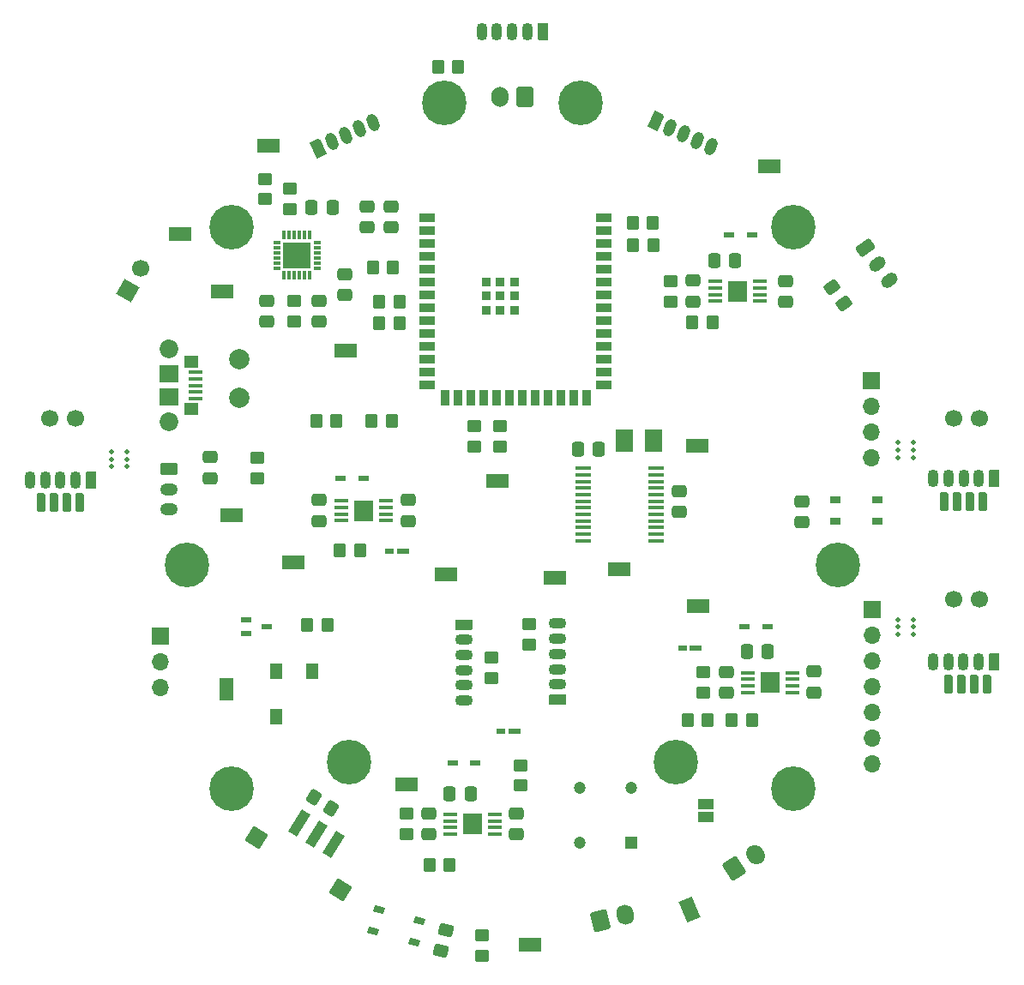
<source format=gbr>
%TF.GenerationSoftware,KiCad,Pcbnew,8.0.1*%
%TF.CreationDate,2024-04-29T04:15:04+02:00*%
%TF.ProjectId,PAMI-Power_Board,50414d49-2d50-46f7-9765-725f426f6172,rev?*%
%TF.SameCoordinates,Original*%
%TF.FileFunction,Soldermask,Top*%
%TF.FilePolarity,Negative*%
%FSLAX46Y46*%
G04 Gerber Fmt 4.6, Leading zero omitted, Abs format (unit mm)*
G04 Created by KiCad (PCBNEW 8.0.1) date 2024-04-29 04:15:04*
%MOMM*%
%LPD*%
G01*
G04 APERTURE LIST*
G04 Aperture macros list*
%AMRoundRect*
0 Rectangle with rounded corners*
0 $1 Rounding radius*
0 $2 $3 $4 $5 $6 $7 $8 $9 X,Y pos of 4 corners*
0 Add a 4 corners polygon primitive as box body*
4,1,4,$2,$3,$4,$5,$6,$7,$8,$9,$2,$3,0*
0 Add four circle primitives for the rounded corners*
1,1,$1+$1,$2,$3*
1,1,$1+$1,$4,$5*
1,1,$1+$1,$6,$7*
1,1,$1+$1,$8,$9*
0 Add four rect primitives between the rounded corners*
20,1,$1+$1,$2,$3,$4,$5,0*
20,1,$1+$1,$4,$5,$6,$7,0*
20,1,$1+$1,$6,$7,$8,$9,0*
20,1,$1+$1,$8,$9,$2,$3,0*%
%AMHorizOval*
0 Thick line with rounded ends*
0 $1 width*
0 $2 $3 position (X,Y) of the first rounded end (center of the circle)*
0 $4 $5 position (X,Y) of the second rounded end (center of the circle)*
0 Add line between two ends*
20,1,$1,$2,$3,$4,$5,0*
0 Add two circle primitives to create the rounded ends*
1,1,$1,$2,$3*
1,1,$1,$4,$5*%
%AMRotRect*
0 Rectangle, with rotation*
0 The origin of the aperture is its center*
0 $1 length*
0 $2 width*
0 $3 Rotation angle, in degrees counterclockwise*
0 Add horizontal line*
21,1,$1,$2,0,0,$3*%
%AMOutline5P*
0 Free polygon, 5 corners , with rotation*
0 The origin of the aperture is its center*
0 number of corners: always 5*
0 $1 to $10 corner X, Y*
0 $11 Rotation angle, in degrees counterclockwise*
0 create outline with 5 corners*
4,1,5,$1,$2,$3,$4,$5,$6,$7,$8,$9,$10,$1,$2,$11*%
%AMOutline6P*
0 Free polygon, 6 corners , with rotation*
0 The origin of the aperture is its center*
0 number of corners: always 6*
0 $1 to $12 corner X, Y*
0 $13 Rotation angle, in degrees counterclockwise*
0 create outline with 6 corners*
4,1,6,$1,$2,$3,$4,$5,$6,$7,$8,$9,$10,$11,$12,$1,$2,$13*%
%AMOutline7P*
0 Free polygon, 7 corners , with rotation*
0 The origin of the aperture is its center*
0 number of corners: always 7*
0 $1 to $14 corner X, Y*
0 $15 Rotation angle, in degrees counterclockwise*
0 create outline with 7 corners*
4,1,7,$1,$2,$3,$4,$5,$6,$7,$8,$9,$10,$11,$12,$13,$14,$1,$2,$15*%
%AMOutline8P*
0 Free polygon, 8 corners , with rotation*
0 The origin of the aperture is its center*
0 number of corners: always 8*
0 $1 to $16 corner X, Y*
0 $17 Rotation angle, in degrees counterclockwise*
0 create outline with 8 corners*
4,1,8,$1,$2,$3,$4,$5,$6,$7,$8,$9,$10,$11,$12,$13,$14,$15,$16,$1,$2,$17*%
G04 Aperture macros list end*
%ADD10C,0.700000*%
%ADD11C,4.400000*%
%ADD12RoundRect,0.250000X-0.350000X-0.450000X0.350000X-0.450000X0.350000X0.450000X-0.350000X0.450000X0*%
%ADD13RoundRect,0.250000X-0.450000X0.350000X-0.450000X-0.350000X0.450000X-0.350000X0.450000X0.350000X0*%
%ADD14RoundRect,0.250000X-0.475000X0.337500X-0.475000X-0.337500X0.475000X-0.337500X0.475000X0.337500X0*%
%ADD15R,1.300000X0.500000*%
%ADD16R,0.870000X0.500000*%
%ADD17R,1.700000X1.700000*%
%ADD18O,1.700000X1.700000*%
%ADD19RoundRect,0.250000X-0.337500X-0.475000X0.337500X-0.475000X0.337500X0.475000X-0.337500X0.475000X0*%
%ADD20R,2.200000X1.400000*%
%ADD21RoundRect,0.250000X-0.535281X-0.196150X0.058353X-0.567093X0.535281X0.196150X-0.058353X0.567093X0*%
%ADD22RoundRect,0.250000X0.475000X-0.337500X0.475000X0.337500X-0.475000X0.337500X-0.475000X-0.337500X0*%
%ADD23RoundRect,0.250000X-0.400736X-0.872875X0.763619X-0.582569X0.400736X0.872875X-0.763619X0.582569X0*%
%ADD24HorizOval,1.700000X-0.036288X0.145544X0.036288X-0.145544X0*%
%ADD25RotRect,1.000000X2.550000X148.000000*%
%ADD26RotRect,1.700000X1.700000X148.000000*%
%ADD27Outline5P,-0.550000X0.875000X0.330000X0.875000X0.550000X0.655000X0.550000X-0.875000X-0.550000X-0.875000X335.000000*%
%ADD28HorizOval,1.100000X-0.137351X-0.294550X0.137351X0.294550X0*%
%ADD29RoundRect,0.250000X0.350000X0.450000X-0.350000X0.450000X-0.350000X-0.450000X0.350000X-0.450000X0*%
%ADD30R,1.500000X0.900000*%
%ADD31R,0.900000X1.500000*%
%ADD32R,0.900000X0.900000*%
%ADD33RoundRect,0.250000X-0.711360X-0.084210X-0.299911X-0.650522X0.711360X0.084210X0.299911X0.650522X0*%
%ADD34HorizOval,1.200000X-0.222480X-0.161641X0.222480X0.161641X0*%
%ADD35R,1.800000X2.300000*%
%ADD36Outline5P,-0.550000X0.875000X0.330000X0.875000X0.550000X0.655000X0.550000X-0.875000X-0.550000X-0.875000X90.000000*%
%ADD37O,1.750000X1.100000*%
%ADD38R,1.200000X1.200000*%
%ADD39C,1.200000*%
%ADD40R,1.400000X0.450000*%
%ADD41R,1.846000X2.150000*%
%ADD42R,1.400000X2.200000*%
%ADD43RoundRect,0.250000X0.450000X-0.350000X0.450000X0.350000X-0.450000X0.350000X-0.450000X-0.350000X0*%
%ADD44R,1.525000X0.450000*%
%ADD45RotRect,1.400000X2.200000X203.000000*%
%ADD46Outline5P,-0.550000X0.875000X0.330000X0.875000X0.550000X0.655000X0.550000X-0.875000X-0.550000X-0.875000X180.000000*%
%ADD47O,1.100000X1.750000*%
%ADD48C,1.700000*%
%ADD49R,1.110000X0.550000*%
%ADD50Outline5P,-0.550000X0.875000X0.330000X0.875000X0.550000X0.655000X0.550000X-0.875000X-0.550000X-0.875000X25.000000*%
%ADD51HorizOval,1.100000X-0.137351X0.294550X0.137351X-0.294550X0*%
%ADD52RoundRect,0.114286X0.285714X0.785714X-0.285714X0.785714X-0.285714X-0.785714X0.285714X-0.785714X0*%
%ADD53R,1.300000X1.500000*%
%ADD54C,0.500000*%
%ADD55R,1.500000X1.000000*%
%ADD56Outline5P,-0.550000X0.875000X0.330000X0.875000X0.550000X0.655000X0.550000X-0.875000X-0.550000X-0.875000X270.000000*%
%ADD57RoundRect,0.250000X-0.625000X0.350000X-0.625000X-0.350000X0.625000X-0.350000X0.625000X0.350000X0*%
%ADD58O,1.750000X1.200000*%
%ADD59R,1.000000X0.500000*%
%ADD60R,1.400000X0.400000*%
%ADD61C,1.850000*%
%ADD62R,1.900000X1.750000*%
%ADD63R,1.450000X1.150000*%
%ADD64RoundRect,0.250000X0.379242X-0.442388X0.542539X0.212562X-0.379242X0.442388X-0.542539X-0.212562X0*%
%ADD65RoundRect,0.250000X0.600000X0.750000X-0.600000X0.750000X-0.600000X-0.750000X0.600000X-0.750000X0*%
%ADD66O,1.700000X2.000000*%
%ADD67R,1.050000X0.650000*%
%ADD68RotRect,1.700000X1.700000X150.000000*%
%ADD69HorizOval,1.700000X0.000000X0.000000X0.000000X0.000000X0*%
%ADD70R,0.800000X0.350000*%
%ADD71R,0.350000X0.850000*%
%ADD72R,2.700000X2.600000*%
%ADD73RotRect,0.650000X1.050000X75.000000*%
%ADD74RoundRect,0.250000X-0.582661X-0.006155X-0.185906X-0.552241X0.582661X0.006155X0.185906X0.552241X0*%
%ADD75RoundRect,0.250000X-0.094723X-0.955786X0.911682X-0.302220X0.094723X0.955786X-0.911682X0.302220X0*%
%ADD76HorizOval,1.700000X-0.081696X0.125801X0.081696X-0.125801X0*%
%ADD77C,2.000000*%
%ADD78Outline5P,-0.550000X0.875000X0.550000X0.875000X0.550000X-0.655000X0.330000X-0.875000X-0.550000X-0.875000X180.000000*%
G04 APERTURE END LIST*
D10*
%TO.C,H9*%
X130387844Y-117258356D03*
X130871118Y-116091630D03*
X130871118Y-118425082D03*
X132037844Y-115608356D03*
D11*
X132037844Y-117258356D03*
D10*
X132037844Y-118908356D03*
X133204570Y-116091630D03*
X133204570Y-118425082D03*
X133687844Y-117258356D03*
%TD*%
D12*
%TO.C,R5*%
X165490000Y-113055000D03*
X167490000Y-113055000D03*
%TD*%
D10*
%TO.C,H10*%
X114387844Y-97758356D03*
X114871118Y-96591630D03*
X114871118Y-98925082D03*
X116037844Y-96108356D03*
D11*
X116037844Y-97758356D03*
D10*
X116037844Y-99408356D03*
X117204570Y-96591630D03*
X117204570Y-98925082D03*
X117687844Y-97758356D03*
%TD*%
D13*
%TO.C,R3*%
X137740000Y-122310000D03*
X137740000Y-124310000D03*
%TD*%
D14*
%TO.C,C4*%
X148600000Y-122275000D03*
X148600000Y-124350000D03*
%TD*%
D15*
%TO.C,D8*%
X137375000Y-96400000D03*
D16*
X136060000Y-96400000D03*
%TD*%
D17*
%TO.C,J16*%
X183650000Y-79570000D03*
D18*
X183650000Y-82110000D03*
X183650000Y-84650000D03*
X183650000Y-87190000D03*
%TD*%
D19*
%TO.C,C9*%
X171350000Y-106350000D03*
X173425000Y-106350000D03*
%TD*%
D20*
%TO.C,TPEN1*%
X149890000Y-135250000D03*
%TD*%
%TO.C,Coder1_B1*%
X152380000Y-99070000D03*
%TD*%
D21*
%TO.C,R18*%
X128613902Y-120710162D03*
X130310000Y-121770000D03*
%TD*%
D20*
%TO.C,TP3.3V_1*%
X137740000Y-119430000D03*
%TD*%
D22*
%TO.C,C13*%
X137930000Y-93427500D03*
X137930000Y-91352500D03*
%TD*%
D23*
%TO.C,J2*%
X156880122Y-132892999D03*
D24*
X159305862Y-132288194D03*
%TD*%
D25*
%TO.C,S1*%
X130582131Y-125396268D03*
X128886035Y-124336428D03*
X127189938Y-123276591D03*
D26*
X131200000Y-129880000D03*
X122889130Y-124686791D03*
%TD*%
D27*
%TO.C,J9*%
X162342285Y-53912059D03*
D28*
X163701746Y-54545986D03*
X165061208Y-55179913D03*
X166420670Y-55813841D03*
X167780131Y-56447768D03*
%TD*%
D29*
%TO.C,R28*%
X129940000Y-103660000D03*
X127940000Y-103660000D03*
%TD*%
D30*
%TO.C,IC4*%
X139750000Y-63470000D03*
X139750000Y-64740000D03*
X139750000Y-66010000D03*
X139750000Y-67280000D03*
X139750000Y-68550000D03*
X139750000Y-69820000D03*
X139750000Y-71090000D03*
X139750000Y-72360000D03*
X139750000Y-73630000D03*
X139750000Y-74900000D03*
X139750000Y-76170000D03*
X139750000Y-77440000D03*
X139750000Y-78710000D03*
X139750000Y-79980000D03*
D31*
X141515000Y-81230000D03*
X142785000Y-81230000D03*
X144055000Y-81230000D03*
X145325000Y-81230000D03*
X146595000Y-81230000D03*
X147865000Y-81230000D03*
X149135000Y-81230000D03*
X150405000Y-81230000D03*
X151675000Y-81230000D03*
X152945000Y-81230000D03*
X154215000Y-81230000D03*
X155485000Y-81230000D03*
D30*
X157250000Y-79980000D03*
X157250000Y-78710000D03*
X157250000Y-77440000D03*
X157250000Y-76170000D03*
X157250000Y-74900000D03*
X157250000Y-73630000D03*
X157250000Y-72360000D03*
X157250000Y-71090000D03*
X157250000Y-69820000D03*
X157250000Y-68550000D03*
X157250000Y-67280000D03*
X157250000Y-66010000D03*
X157250000Y-64740000D03*
X157250000Y-63470000D03*
D32*
X147000000Y-71190000D03*
X145600000Y-69790000D03*
X145600000Y-71190000D03*
X145600000Y-72590000D03*
X147000000Y-72590000D03*
X148400000Y-72590000D03*
X148400000Y-71190000D03*
X148400000Y-69790000D03*
X147000000Y-69790000D03*
%TD*%
D33*
%TO.C,J14*%
X183028686Y-66423286D03*
D34*
X184204257Y-68041322D03*
X185379827Y-69659355D03*
%TD*%
D35*
%TO.C,C19*%
X159255000Y-85460000D03*
X162155000Y-85460000D03*
%TD*%
D10*
%TO.C,H3*%
X118780001Y-119862278D03*
X119263275Y-118695552D03*
X119263275Y-121029004D03*
X120430001Y-118212278D03*
D11*
X120430001Y-119862278D03*
D10*
X120430001Y-121512278D03*
X121596727Y-118695552D03*
X121596727Y-121029004D03*
X122080001Y-119862278D03*
%TD*%
D36*
%TO.C,J3*%
X152630000Y-111060000D03*
D37*
X152630000Y-109560000D03*
X152630000Y-108060000D03*
X152630000Y-106560000D03*
X152630000Y-105060000D03*
X152630000Y-103560000D03*
%TD*%
D38*
%TO.C,K1*%
X159890000Y-125190000D03*
D39*
X159890000Y-119790000D03*
X154810000Y-119790000D03*
X154810000Y-125190000D03*
%TD*%
D40*
%TO.C,IC1*%
X168210000Y-69772500D03*
X168210000Y-70422500D03*
X168210000Y-71072500D03*
X168210000Y-71722500D03*
X172610000Y-71722500D03*
X172610000Y-71072500D03*
X172610000Y-70422500D03*
X172610000Y-69772500D03*
D41*
X170410000Y-70747500D03*
%TD*%
D42*
%TO.C,TPBuzzer1*%
X120000000Y-110080000D03*
%TD*%
D10*
%TO.C,H7*%
X178672157Y-97758356D03*
X179155431Y-96591630D03*
X179155431Y-98925082D03*
X180322157Y-96108356D03*
D11*
X180322157Y-97758356D03*
D10*
X180322157Y-99408356D03*
X181488883Y-96591630D03*
X181488883Y-98925082D03*
X181972157Y-97758356D03*
%TD*%
D43*
%TO.C,R7*%
X167070000Y-110355000D03*
X167070000Y-108355000D03*
%TD*%
D44*
%TO.C,IC6*%
X155213000Y-88215000D03*
X155213000Y-88865000D03*
X155213000Y-89515000D03*
X155213000Y-90165000D03*
X155213000Y-90815000D03*
X155213000Y-91465000D03*
X155213000Y-92115000D03*
X155213000Y-92765000D03*
X155213000Y-93415000D03*
X155213000Y-94065000D03*
X155213000Y-94715000D03*
X155213000Y-95365000D03*
X162337000Y-95365000D03*
X162337000Y-94715000D03*
X162337000Y-94065000D03*
X162337000Y-93415000D03*
X162337000Y-92765000D03*
X162337000Y-92115000D03*
X162337000Y-91465000D03*
X162337000Y-90815000D03*
X162337000Y-90165000D03*
X162337000Y-89515000D03*
X162337000Y-88865000D03*
X162337000Y-88215000D03*
%TD*%
D10*
%TO.C,H6*%
X153261001Y-52112278D03*
X153744275Y-50945552D03*
X153744275Y-53279004D03*
X154911001Y-50462278D03*
D11*
X154911001Y-52112278D03*
D10*
X154911001Y-53762278D03*
X156077727Y-50945552D03*
X156077727Y-53279004D03*
X156561001Y-52112278D03*
%TD*%
D29*
%TO.C,R26*%
X162090000Y-66170000D03*
X160090000Y-66170000D03*
%TD*%
D19*
%TO.C,C18*%
X154640000Y-86300000D03*
X156715000Y-86300000D03*
%TD*%
D43*
%TO.C,R15*%
X123800000Y-61640000D03*
X123800000Y-59640000D03*
%TD*%
D20*
%TO.C,TP6V1*%
X166530000Y-101820000D03*
%TD*%
D45*
%TO.C,TPBAT1*%
X165700000Y-131800000D03*
%TD*%
D46*
%TO.C,J8*%
X151170000Y-45120000D03*
D47*
X149670000Y-45120000D03*
X148170000Y-45120000D03*
X146670000Y-45120000D03*
X145170000Y-45120000D03*
%TD*%
D40*
%TO.C,IC7*%
X131330000Y-91450000D03*
X131330000Y-92100000D03*
X131330000Y-92750000D03*
X131330000Y-93400000D03*
X135730000Y-93400000D03*
X135730000Y-92750000D03*
X135730000Y-92100000D03*
X135730000Y-91450000D03*
D41*
X133530000Y-92425000D03*
%TD*%
D48*
%TO.C,LED3*%
X191740000Y-101120000D03*
X194280000Y-101120000D03*
%TD*%
D49*
%TO.C,D3*%
X173410000Y-103840000D03*
X171130000Y-103840000D03*
%TD*%
D20*
%TO.C,TPPWM-B1*%
X158720000Y-98190000D03*
%TD*%
D40*
%TO.C,IC3*%
X171420000Y-108395000D03*
X171420000Y-109045000D03*
X171420000Y-109695000D03*
X171420000Y-110345000D03*
X175820000Y-110345000D03*
X175820000Y-109695000D03*
X175820000Y-109045000D03*
X175820000Y-108395000D03*
D41*
X173620000Y-109370000D03*
%TD*%
D17*
%TO.C,J10*%
X183680000Y-102190000D03*
D18*
X183680000Y-104730000D03*
X183680000Y-107270000D03*
X183680000Y-109810000D03*
X183680000Y-112350000D03*
X183680000Y-114890000D03*
X183680000Y-117430000D03*
%TD*%
D15*
%TO.C,D4*%
X166300000Y-105950000D03*
D16*
X164985000Y-105950000D03*
%TD*%
D13*
%TO.C,R30*%
X144440000Y-84060000D03*
X144440000Y-86060000D03*
%TD*%
D10*
%TO.C,H1*%
X118780001Y-64362278D03*
X119263275Y-63195552D03*
X119263275Y-65529004D03*
X120430001Y-62712278D03*
D11*
X120430001Y-64362278D03*
D10*
X120430001Y-66012278D03*
X121596727Y-63195552D03*
X121596727Y-65529004D03*
X122080001Y-64362278D03*
%TD*%
D29*
%TO.C,R19*%
X136410000Y-68400000D03*
X134410000Y-68400000D03*
%TD*%
D49*
%TO.C,D1*%
X171870000Y-65130000D03*
X169590000Y-65130000D03*
%TD*%
D50*
%TO.C,J7*%
X129012153Y-56585710D03*
D51*
X130371615Y-55951782D03*
X131731076Y-55317855D03*
X133090538Y-54683928D03*
X134450000Y-54050000D03*
%TD*%
D52*
%TO.C,IR_rec_1*%
X194610000Y-91515000D03*
X193340000Y-91515000D03*
X192070000Y-91515000D03*
X190800000Y-91515000D03*
%TD*%
D29*
%TO.C,R10*%
X130830000Y-83540000D03*
X128830000Y-83540000D03*
%TD*%
D53*
%TO.C,LS1*%
X124900000Y-108250000D03*
X124900000Y-112750000D03*
X128400000Y-108250000D03*
%TD*%
D54*
%TO.C,mouse-bite-2mm-slot*%
X186250000Y-87140000D03*
X187750000Y-87140000D03*
X186250000Y-86390000D03*
X187750000Y-86390000D03*
X186250000Y-85640000D03*
X187750000Y-85640000D03*
%TD*%
%TO.C,mouse-bite-2mm-slot*%
X108620000Y-88060000D03*
X110120000Y-88060000D03*
X108620000Y-87310000D03*
X110120000Y-87310000D03*
X108620000Y-86560000D03*
X110120000Y-86560000D03*
%TD*%
D49*
%TO.C,D7*%
X133500000Y-89180000D03*
X131220000Y-89180000D03*
%TD*%
D12*
%TO.C,R20*%
X131160000Y-96300000D03*
X133160000Y-96300000D03*
%TD*%
D55*
%TO.C,JP1*%
X167250000Y-122650000D03*
X167250000Y-121350000D03*
%TD*%
D20*
%TO.C,Tirette1*%
X146700000Y-89470000D03*
%TD*%
D15*
%TO.C,D5*%
X148385000Y-114220000D03*
D16*
X147070000Y-114220000D03*
%TD*%
D20*
%TO.C,TPIR-Rec1*%
X131690000Y-76630000D03*
%TD*%
D43*
%TO.C,R22*%
X146100000Y-108940000D03*
X146100000Y-106940000D03*
%TD*%
D14*
%TO.C,C17*%
X131680000Y-69052500D03*
X131680000Y-71127500D03*
%TD*%
%TO.C,C7*%
X177950000Y-108292500D03*
X177950000Y-110367500D03*
%TD*%
D56*
%TO.C,J12*%
X143400000Y-103650000D03*
D37*
X143400000Y-105150000D03*
X143400000Y-106650000D03*
X143400000Y-108150000D03*
X143400000Y-109650000D03*
X143400000Y-111150000D03*
%TD*%
D20*
%TO.C,TP3.3V_2*%
X126580000Y-97480000D03*
%TD*%
D14*
%TO.C,C8*%
X169280000Y-108317500D03*
X169280000Y-110392500D03*
%TD*%
D13*
%TO.C,R16*%
X126210000Y-60590000D03*
X126210000Y-62590000D03*
%TD*%
D12*
%TO.C,R2*%
X165950000Y-73830000D03*
X167950000Y-73830000D03*
%TD*%
D43*
%TO.C,R27*%
X145200000Y-136330000D03*
X145200000Y-134330000D03*
%TD*%
D57*
%TO.C,J11*%
X114270000Y-88270000D03*
D58*
X114270000Y-90270000D03*
X114270000Y-92270000D03*
%TD*%
D14*
%TO.C,C20*%
X164675000Y-90475000D03*
X164675000Y-92550000D03*
%TD*%
D10*
%TO.C,H8*%
X162672157Y-117258356D03*
X163155431Y-116091630D03*
X163155431Y-118425082D03*
X164322157Y-115608356D03*
D11*
X164322157Y-117258356D03*
D10*
X164322157Y-118908356D03*
X165488883Y-116091630D03*
X165488883Y-118425082D03*
X165972157Y-117258356D03*
%TD*%
D20*
%TO.C,TPRuban_LED1*%
X120500000Y-92810000D03*
%TD*%
D43*
%TO.C,R17*%
X126640000Y-73690000D03*
X126640000Y-71690000D03*
%TD*%
D20*
%TO.C,TPPOW-IR-LED1*%
X124070000Y-56400000D03*
%TD*%
D59*
%TO.C,Q4*%
X121910000Y-103210000D03*
X121910000Y-104510000D03*
X123910000Y-103860000D03*
%TD*%
D13*
%TO.C,R31*%
X147010000Y-84050000D03*
X147010000Y-86050000D03*
%TD*%
D14*
%TO.C,C22*%
X129110000Y-91352500D03*
X129110000Y-93427500D03*
%TD*%
D48*
%TO.C,LED1*%
X191780000Y-83285000D03*
X194320000Y-83285000D03*
%TD*%
D12*
%TO.C,R4*%
X139990000Y-127410000D03*
X141990000Y-127410000D03*
%TD*%
D14*
%TO.C,C14*%
X123930000Y-71662500D03*
X123930000Y-73737500D03*
%TD*%
D12*
%TO.C,R24*%
X135070000Y-73880000D03*
X137070000Y-73880000D03*
%TD*%
D60*
%TO.C,J6*%
X116940000Y-78730000D03*
X116940000Y-79380000D03*
X116940000Y-80030000D03*
X116940000Y-80680000D03*
X116940000Y-81330000D03*
D61*
X114290000Y-76455000D03*
X114290000Y-83605000D03*
D62*
X114290000Y-78905000D03*
X114290000Y-81155000D03*
D63*
X116520000Y-77710000D03*
X116520000Y-82350000D03*
%TD*%
D17*
%TO.C,J17*%
X113430000Y-104810000D03*
D18*
X113430000Y-107350000D03*
X113430000Y-109890000D03*
%TD*%
D64*
%TO.C,C25*%
X141149007Y-135856682D03*
X141650993Y-133843318D03*
%TD*%
D13*
%TO.C,R1*%
X163840000Y-69740000D03*
X163840000Y-71740000D03*
%TD*%
D10*
%TO.C,H4*%
X174280001Y-119862278D03*
X174763275Y-118695552D03*
X174763275Y-121029004D03*
X175930001Y-118212278D03*
D11*
X175930001Y-119862278D03*
D10*
X175930001Y-121512278D03*
X177096727Y-118695552D03*
X177096727Y-121029004D03*
X177580001Y-119862278D03*
%TD*%
D40*
%TO.C,IC2*%
X142070000Y-122395000D03*
X142070000Y-123045000D03*
X142070000Y-123695000D03*
X142070000Y-124345000D03*
X146470000Y-124345000D03*
X146470000Y-123695000D03*
X146470000Y-123045000D03*
X146470000Y-122395000D03*
D41*
X144270000Y-123370000D03*
%TD*%
D14*
%TO.C,C15*%
X129130000Y-71662500D03*
X129130000Y-73737500D03*
%TD*%
D22*
%TO.C,C26*%
X176800000Y-93530000D03*
X176800000Y-91455000D03*
%TD*%
D14*
%TO.C,C5*%
X139930000Y-122275000D03*
X139930000Y-124350000D03*
%TD*%
D19*
%TO.C,C1*%
X168112500Y-67710000D03*
X170187500Y-67710000D03*
%TD*%
D65*
%TO.C,J20*%
X149430000Y-51560000D03*
D66*
X146930000Y-51560000D03*
%TD*%
D67*
%TO.C,S3*%
X180109998Y-91320000D03*
X184259999Y-91320001D03*
X180109999Y-93469999D03*
X184260000Y-93470000D03*
%TD*%
D29*
%TO.C,R9*%
X136300000Y-83540000D03*
X134300000Y-83540000D03*
%TD*%
D49*
%TO.C,D2*%
X144550000Y-117340000D03*
X142270000Y-117340000D03*
%TD*%
D48*
%TO.C,LED2*%
X102534851Y-83270040D03*
X105074851Y-83270040D03*
%TD*%
D52*
%TO.C,IR_rec_2*%
X105494851Y-91570040D03*
X104224851Y-91570040D03*
X102954851Y-91570040D03*
X101684851Y-91570040D03*
%TD*%
D43*
%TO.C,R8*%
X148970000Y-119540000D03*
X148970000Y-117540000D03*
%TD*%
D14*
%TO.C,C21*%
X118310000Y-87110000D03*
X118310000Y-89185000D03*
%TD*%
D12*
%TO.C,R6*%
X169860000Y-113055000D03*
X171860000Y-113055000D03*
%TD*%
D19*
%TO.C,C16*%
X128355000Y-62460000D03*
X130430000Y-62460000D03*
%TD*%
D10*
%TO.C,H5*%
X139799001Y-52112278D03*
X140282275Y-50945552D03*
X140282275Y-53279004D03*
X141449001Y-50462278D03*
D11*
X141449001Y-52112278D03*
D10*
X141449001Y-53762278D03*
X142615727Y-50945552D03*
X142615727Y-53279004D03*
X143099001Y-52112278D03*
%TD*%
D22*
%TO.C,C24*%
X133860000Y-64427500D03*
X133860000Y-62352500D03*
%TD*%
D52*
%TO.C,IR_rec_3*%
X195060000Y-109500000D03*
X193790000Y-109500000D03*
X192520000Y-109500000D03*
X191250000Y-109500000D03*
%TD*%
D54*
%TO.C,mouse-bite-2mm-slot*%
X186250000Y-104640000D03*
X187750000Y-104640000D03*
X186250000Y-103890000D03*
X187750000Y-103890000D03*
X186250000Y-103140000D03*
X187750000Y-103140000D03*
%TD*%
D68*
%TO.C,J15*%
X110233349Y-70650032D03*
D69*
X111503349Y-68450327D03*
%TD*%
D43*
%TO.C,R14*%
X122970000Y-89210000D03*
X122970000Y-87210000D03*
%TD*%
D20*
%TO.C,Coder1_A1*%
X141670000Y-98660000D03*
%TD*%
D12*
%TO.C,R25*%
X135050000Y-71790000D03*
X137050000Y-71790000D03*
%TD*%
D22*
%TO.C,C3*%
X175140000Y-71797500D03*
X175140000Y-69722500D03*
%TD*%
D20*
%TO.C,PWM-A1*%
X166480000Y-85960000D03*
%TD*%
%TO.C,TPSDA1*%
X115380000Y-65120000D03*
%TD*%
D70*
%TO.C,IC5*%
X124915000Y-65925000D03*
X124915000Y-66425000D03*
X124915000Y-66925000D03*
X124915000Y-67425000D03*
X124915000Y-67925000D03*
X124915000Y-68425000D03*
D71*
X125665000Y-69150000D03*
X126165000Y-69150000D03*
X126665000Y-69150000D03*
X127165000Y-69150000D03*
X127665000Y-69150000D03*
X128165000Y-69150000D03*
D70*
X128915000Y-68425000D03*
X128915000Y-67925000D03*
X128915000Y-67425000D03*
X128915000Y-66925000D03*
X128915000Y-66425000D03*
X128915000Y-65925000D03*
D71*
X128165000Y-65200000D03*
X127665000Y-65200000D03*
X127165000Y-65200000D03*
X126665000Y-65200000D03*
X126165000Y-65200000D03*
X125665000Y-65200000D03*
D72*
X126915000Y-67175000D03*
%TD*%
D73*
%TO.C,S2*%
X135007868Y-131829160D03*
X139016461Y-132903260D03*
X134451407Y-133905900D03*
X138460000Y-134980000D03*
%TD*%
D19*
%TO.C,C6*%
X141972500Y-120370000D03*
X144047500Y-120370000D03*
%TD*%
D10*
%TO.C,H2*%
X174280001Y-64362278D03*
X174763275Y-63195552D03*
X174763275Y-65529004D03*
X175930001Y-62712278D03*
D11*
X175930001Y-64362278D03*
D10*
X175930001Y-66012278D03*
X177096727Y-63195552D03*
X177096727Y-65529004D03*
X177580001Y-64362278D03*
%TD*%
D12*
%TO.C,R21*%
X160070000Y-64000000D03*
X162070000Y-64000000D03*
%TD*%
D20*
%TO.C,TP1.475V1*%
X173540000Y-58400000D03*
%TD*%
D74*
%TO.C,C27*%
X179740173Y-70290645D03*
X180959827Y-71969355D03*
%TD*%
D20*
%TO.C,TPSCL1*%
X119520000Y-70780000D03*
%TD*%
D14*
%TO.C,C2*%
X166040000Y-69692500D03*
X166040000Y-71767500D03*
%TD*%
D43*
%TO.C,R23*%
X149810000Y-105620000D03*
X149810000Y-103620000D03*
%TD*%
D75*
%TO.C,J1*%
X170105727Y-127720497D03*
D76*
X172202403Y-126358900D03*
%TD*%
D77*
%TO.C,TPUSBD-1*%
X121210000Y-77480000D03*
%TD*%
D12*
%TO.C,R29*%
X140830000Y-48610000D03*
X142830000Y-48610000D03*
%TD*%
D77*
%TO.C,TPUSBD+1*%
X121210000Y-81210000D03*
%TD*%
D22*
%TO.C,C23*%
X136250000Y-64440000D03*
X136250000Y-62365000D03*
%TD*%
D78*
%TO.C,J5*%
X106564851Y-89400040D03*
D47*
X105064851Y-89400040D03*
X103564851Y-89400040D03*
X102064851Y-89400040D03*
X100564851Y-89400040D03*
%TD*%
D78*
%TO.C,J4*%
X195750000Y-89225000D03*
D47*
X194250003Y-89225002D03*
X192750001Y-89225003D03*
X191250001Y-89225002D03*
X189750003Y-89225002D03*
%TD*%
D78*
%TO.C,J13*%
X195729999Y-107340000D03*
D47*
X194230000Y-107340000D03*
X192730000Y-107340000D03*
X191229999Y-107340000D03*
X189730000Y-107340000D03*
%TD*%
M02*

</source>
